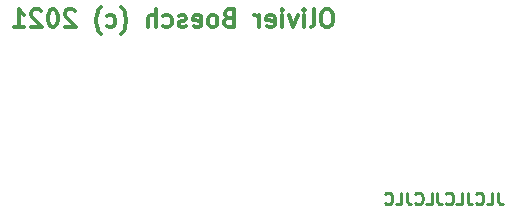
<source format=gbr>
%TF.GenerationSoftware,KiCad,Pcbnew,5.99.0+really5.1.10+dfsg1-1*%
%TF.CreationDate,2021-10-27T10:57:28+02:00*%
%TF.ProjectId,apico_shield,61706963-6f5f-4736-9869-656c642e6b69,rev?*%
%TF.SameCoordinates,Original*%
%TF.FileFunction,Legend,Bot*%
%TF.FilePolarity,Positive*%
%FSLAX46Y46*%
G04 Gerber Fmt 4.6, Leading zero omitted, Abs format (unit mm)*
G04 Created by KiCad (PCBNEW 5.99.0+really5.1.10+dfsg1-1) date 2021-10-27 10:57:28*
%MOMM*%
%LPD*%
G01*
G04 APERTURE LIST*
%ADD10C,0.300000*%
%ADD11C,0.250000*%
G04 APERTURE END LIST*
D10*
X161732857Y-104588571D02*
X161447142Y-104588571D01*
X161304285Y-104660000D01*
X161161428Y-104802857D01*
X161090000Y-105088571D01*
X161090000Y-105588571D01*
X161161428Y-105874285D01*
X161304285Y-106017142D01*
X161447142Y-106088571D01*
X161732857Y-106088571D01*
X161875714Y-106017142D01*
X162018571Y-105874285D01*
X162090000Y-105588571D01*
X162090000Y-105088571D01*
X162018571Y-104802857D01*
X161875714Y-104660000D01*
X161732857Y-104588571D01*
X160232857Y-106088571D02*
X160375714Y-106017142D01*
X160447142Y-105874285D01*
X160447142Y-104588571D01*
X159661428Y-106088571D02*
X159661428Y-105088571D01*
X159661428Y-104588571D02*
X159732857Y-104660000D01*
X159661428Y-104731428D01*
X159590000Y-104660000D01*
X159661428Y-104588571D01*
X159661428Y-104731428D01*
X159090000Y-105088571D02*
X158732857Y-106088571D01*
X158375714Y-105088571D01*
X157804285Y-106088571D02*
X157804285Y-105088571D01*
X157804285Y-104588571D02*
X157875714Y-104660000D01*
X157804285Y-104731428D01*
X157732857Y-104660000D01*
X157804285Y-104588571D01*
X157804285Y-104731428D01*
X156518571Y-106017142D02*
X156661428Y-106088571D01*
X156947142Y-106088571D01*
X157090000Y-106017142D01*
X157161428Y-105874285D01*
X157161428Y-105302857D01*
X157090000Y-105160000D01*
X156947142Y-105088571D01*
X156661428Y-105088571D01*
X156518571Y-105160000D01*
X156447142Y-105302857D01*
X156447142Y-105445714D01*
X157161428Y-105588571D01*
X155804285Y-106088571D02*
X155804285Y-105088571D01*
X155804285Y-105374285D02*
X155732857Y-105231428D01*
X155661428Y-105160000D01*
X155518571Y-105088571D01*
X155375714Y-105088571D01*
X153232857Y-105302857D02*
X153018571Y-105374285D01*
X152947142Y-105445714D01*
X152875714Y-105588571D01*
X152875714Y-105802857D01*
X152947142Y-105945714D01*
X153018571Y-106017142D01*
X153161428Y-106088571D01*
X153732857Y-106088571D01*
X153732857Y-104588571D01*
X153232857Y-104588571D01*
X153090000Y-104660000D01*
X153018571Y-104731428D01*
X152947142Y-104874285D01*
X152947142Y-105017142D01*
X153018571Y-105160000D01*
X153090000Y-105231428D01*
X153232857Y-105302857D01*
X153732857Y-105302857D01*
X152018571Y-106088571D02*
X152161428Y-106017142D01*
X152232857Y-105945714D01*
X152304285Y-105802857D01*
X152304285Y-105374285D01*
X152232857Y-105231428D01*
X152161428Y-105160000D01*
X152018571Y-105088571D01*
X151804285Y-105088571D01*
X151661428Y-105160000D01*
X151590000Y-105231428D01*
X151518571Y-105374285D01*
X151518571Y-105802857D01*
X151590000Y-105945714D01*
X151661428Y-106017142D01*
X151804285Y-106088571D01*
X152018571Y-106088571D01*
X150304285Y-106017142D02*
X150447142Y-106088571D01*
X150732857Y-106088571D01*
X150875714Y-106017142D01*
X150947142Y-105874285D01*
X150947142Y-105302857D01*
X150875714Y-105160000D01*
X150732857Y-105088571D01*
X150447142Y-105088571D01*
X150304285Y-105160000D01*
X150232857Y-105302857D01*
X150232857Y-105445714D01*
X150947142Y-105588571D01*
X149661428Y-106017142D02*
X149518571Y-106088571D01*
X149232857Y-106088571D01*
X149090000Y-106017142D01*
X149018571Y-105874285D01*
X149018571Y-105802857D01*
X149090000Y-105660000D01*
X149232857Y-105588571D01*
X149447142Y-105588571D01*
X149590000Y-105517142D01*
X149661428Y-105374285D01*
X149661428Y-105302857D01*
X149590000Y-105160000D01*
X149447142Y-105088571D01*
X149232857Y-105088571D01*
X149090000Y-105160000D01*
X147732857Y-106017142D02*
X147875714Y-106088571D01*
X148161428Y-106088571D01*
X148304285Y-106017142D01*
X148375714Y-105945714D01*
X148447142Y-105802857D01*
X148447142Y-105374285D01*
X148375714Y-105231428D01*
X148304285Y-105160000D01*
X148161428Y-105088571D01*
X147875714Y-105088571D01*
X147732857Y-105160000D01*
X147090000Y-106088571D02*
X147090000Y-104588571D01*
X146447142Y-106088571D02*
X146447142Y-105302857D01*
X146518571Y-105160000D01*
X146661428Y-105088571D01*
X146875714Y-105088571D01*
X147018571Y-105160000D01*
X147090000Y-105231428D01*
X144161428Y-106660000D02*
X144232857Y-106588571D01*
X144375714Y-106374285D01*
X144447142Y-106231428D01*
X144518571Y-106017142D01*
X144590000Y-105660000D01*
X144590000Y-105374285D01*
X144518571Y-105017142D01*
X144447142Y-104802857D01*
X144375714Y-104660000D01*
X144232857Y-104445714D01*
X144161428Y-104374285D01*
X142947142Y-106017142D02*
X143090000Y-106088571D01*
X143375714Y-106088571D01*
X143518571Y-106017142D01*
X143590000Y-105945714D01*
X143661428Y-105802857D01*
X143661428Y-105374285D01*
X143590000Y-105231428D01*
X143518571Y-105160000D01*
X143375714Y-105088571D01*
X143090000Y-105088571D01*
X142947142Y-105160000D01*
X142447142Y-106660000D02*
X142375714Y-106588571D01*
X142232857Y-106374285D01*
X142161428Y-106231428D01*
X142090000Y-106017142D01*
X142018571Y-105660000D01*
X142018571Y-105374285D01*
X142090000Y-105017142D01*
X142161428Y-104802857D01*
X142232857Y-104660000D01*
X142375714Y-104445714D01*
X142447142Y-104374285D01*
X140232857Y-104731428D02*
X140161428Y-104660000D01*
X140018571Y-104588571D01*
X139661428Y-104588571D01*
X139518571Y-104660000D01*
X139447142Y-104731428D01*
X139375714Y-104874285D01*
X139375714Y-105017142D01*
X139447142Y-105231428D01*
X140304285Y-106088571D01*
X139375714Y-106088571D01*
X138447142Y-104588571D02*
X138304285Y-104588571D01*
X138161428Y-104660000D01*
X138090000Y-104731428D01*
X138018571Y-104874285D01*
X137947142Y-105160000D01*
X137947142Y-105517142D01*
X138018571Y-105802857D01*
X138090000Y-105945714D01*
X138161428Y-106017142D01*
X138304285Y-106088571D01*
X138447142Y-106088571D01*
X138590000Y-106017142D01*
X138661428Y-105945714D01*
X138732857Y-105802857D01*
X138804285Y-105517142D01*
X138804285Y-105160000D01*
X138732857Y-104874285D01*
X138661428Y-104731428D01*
X138590000Y-104660000D01*
X138447142Y-104588571D01*
X137375714Y-104731428D02*
X137304285Y-104660000D01*
X137161428Y-104588571D01*
X136804285Y-104588571D01*
X136661428Y-104660000D01*
X136590000Y-104731428D01*
X136518571Y-104874285D01*
X136518571Y-105017142D01*
X136590000Y-105231428D01*
X137447142Y-106088571D01*
X136518571Y-106088571D01*
X135090000Y-106088571D02*
X135947142Y-106088571D01*
X135518571Y-106088571D02*
X135518571Y-104588571D01*
X135661428Y-104802857D01*
X135804285Y-104945714D01*
X135947142Y-105017142D01*
D11*
X176069047Y-120102380D02*
X176069047Y-120816666D01*
X176116666Y-120959523D01*
X176211904Y-121054761D01*
X176354761Y-121102380D01*
X176450000Y-121102380D01*
X175116666Y-121102380D02*
X175592857Y-121102380D01*
X175592857Y-120102380D01*
X174211904Y-121007142D02*
X174259523Y-121054761D01*
X174402380Y-121102380D01*
X174497619Y-121102380D01*
X174640476Y-121054761D01*
X174735714Y-120959523D01*
X174783333Y-120864285D01*
X174830952Y-120673809D01*
X174830952Y-120530952D01*
X174783333Y-120340476D01*
X174735714Y-120245238D01*
X174640476Y-120150000D01*
X174497619Y-120102380D01*
X174402380Y-120102380D01*
X174259523Y-120150000D01*
X174211904Y-120197619D01*
X173497619Y-120102380D02*
X173497619Y-120816666D01*
X173545238Y-120959523D01*
X173640476Y-121054761D01*
X173783333Y-121102380D01*
X173878571Y-121102380D01*
X172545238Y-121102380D02*
X173021428Y-121102380D01*
X173021428Y-120102380D01*
X171640476Y-121007142D02*
X171688095Y-121054761D01*
X171830952Y-121102380D01*
X171926190Y-121102380D01*
X172069047Y-121054761D01*
X172164285Y-120959523D01*
X172211904Y-120864285D01*
X172259523Y-120673809D01*
X172259523Y-120530952D01*
X172211904Y-120340476D01*
X172164285Y-120245238D01*
X172069047Y-120150000D01*
X171926190Y-120102380D01*
X171830952Y-120102380D01*
X171688095Y-120150000D01*
X171640476Y-120197619D01*
X170926190Y-120102380D02*
X170926190Y-120816666D01*
X170973809Y-120959523D01*
X171069047Y-121054761D01*
X171211904Y-121102380D01*
X171307142Y-121102380D01*
X169973809Y-121102380D02*
X170450000Y-121102380D01*
X170450000Y-120102380D01*
X169069047Y-121007142D02*
X169116666Y-121054761D01*
X169259523Y-121102380D01*
X169354761Y-121102380D01*
X169497619Y-121054761D01*
X169592857Y-120959523D01*
X169640476Y-120864285D01*
X169688095Y-120673809D01*
X169688095Y-120530952D01*
X169640476Y-120340476D01*
X169592857Y-120245238D01*
X169497619Y-120150000D01*
X169354761Y-120102380D01*
X169259523Y-120102380D01*
X169116666Y-120150000D01*
X169069047Y-120197619D01*
X168354761Y-120102380D02*
X168354761Y-120816666D01*
X168402380Y-120959523D01*
X168497619Y-121054761D01*
X168640476Y-121102380D01*
X168735714Y-121102380D01*
X167402380Y-121102380D02*
X167878571Y-121102380D01*
X167878571Y-120102380D01*
X166497619Y-121007142D02*
X166545238Y-121054761D01*
X166688095Y-121102380D01*
X166783333Y-121102380D01*
X166926190Y-121054761D01*
X167021428Y-120959523D01*
X167069047Y-120864285D01*
X167116666Y-120673809D01*
X167116666Y-120530952D01*
X167069047Y-120340476D01*
X167021428Y-120245238D01*
X166926190Y-120150000D01*
X166783333Y-120102380D01*
X166688095Y-120102380D01*
X166545238Y-120150000D01*
X166497619Y-120197619D01*
M02*

</source>
